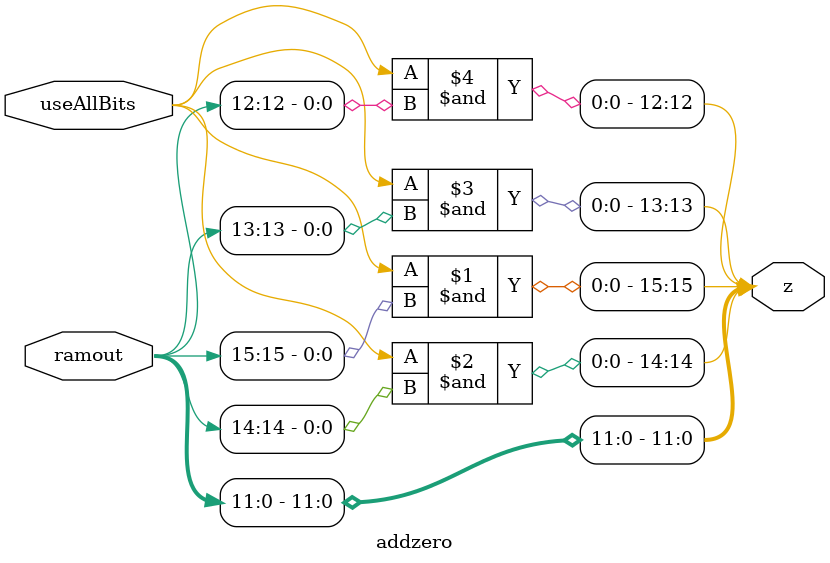
<source format=v>
module addzero(
input [15:0] ramout,
input useAllBits,
output [15:0] z
);

//assign zero = 0;
//assign z[15:0] = useAllBits ? ramout : {zero,zero,zero,zero,ramout[11:0]};
assign z[15] = useAllBits & ramout[15];
assign z[14] = useAllBits & ramout[14];
assign z[13] = useAllBits & ramout[13];
assign z[12] = useAllBits & ramout[12];
assign z[11:0] = ramout[11:0];

endmodule
</source>
